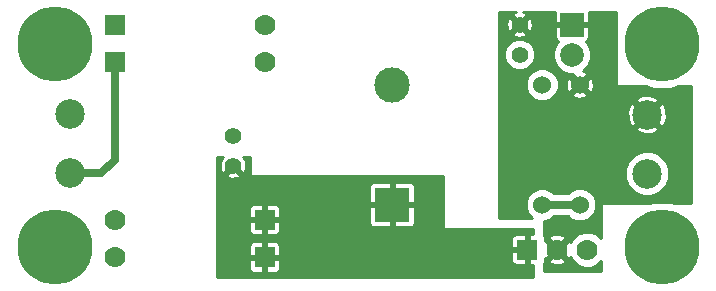
<source format=gtl>
G04 (created by PCBNEW-RS274X (2012-01-19 BZR 3256)-stable) date 7/9/2012 4:42:01 PM*
G01*
G70*
G90*
%MOIN*%
G04 Gerber Fmt 3.4, Leading zero omitted, Abs format*
%FSLAX34Y34*%
G04 APERTURE LIST*
%ADD10C,0.006000*%
%ADD11C,0.098400*%
%ADD12C,0.060000*%
%ADD13C,0.070000*%
%ADD14R,0.070000X0.070000*%
%ADD15C,0.055000*%
%ADD16R,0.118100X0.118100*%
%ADD17C,0.118100*%
%ADD18C,0.250000*%
%ADD19R,0.078700X0.078700*%
%ADD20C,0.078700*%
%ADD21C,0.025000*%
%ADD22C,0.010000*%
G04 APERTURE END LIST*
G54D10*
G54D11*
X41000Y-26200D03*
X41000Y-24231D03*
X60250Y-24250D03*
X60250Y-26219D03*
G54D12*
X58000Y-27250D03*
X58000Y-23250D03*
X56750Y-27250D03*
X56750Y-23250D03*
G54D13*
X47500Y-22500D03*
G54D14*
X42500Y-22500D03*
G54D13*
X47500Y-21250D03*
G54D14*
X42500Y-21250D03*
G54D13*
X42500Y-27750D03*
G54D14*
X47500Y-27750D03*
G54D13*
X42500Y-29000D03*
G54D14*
X47500Y-29000D03*
G54D15*
X56000Y-21250D03*
X56000Y-22250D03*
G54D16*
X51750Y-27250D03*
G54D17*
X51750Y-23250D03*
G54D18*
X40500Y-21900D03*
X60750Y-21900D03*
X40500Y-28650D03*
X60750Y-28650D03*
G54D13*
X58250Y-28750D03*
X57250Y-28750D03*
G54D14*
X56250Y-28750D03*
G54D19*
X57750Y-21250D03*
G54D20*
X57750Y-22250D03*
G54D15*
X46450Y-25950D03*
X46450Y-24950D03*
G54D21*
X41000Y-26200D02*
X42050Y-26200D01*
X42500Y-25750D02*
X42500Y-22500D01*
X42050Y-26200D02*
X42500Y-25750D01*
X56750Y-27250D02*
X58000Y-27250D01*
G54D10*
G36*
X56450Y-29675D02*
X56200Y-29675D01*
X56200Y-29228D01*
X56200Y-28800D01*
X56200Y-28700D01*
X56200Y-28272D01*
X56158Y-28230D01*
X55934Y-28230D01*
X55866Y-28230D01*
X55804Y-28256D01*
X55756Y-28304D01*
X55730Y-28366D01*
X55730Y-28658D01*
X55772Y-28700D01*
X56200Y-28700D01*
X56200Y-28800D01*
X55772Y-28800D01*
X55730Y-28842D01*
X55730Y-29134D01*
X55756Y-29196D01*
X55804Y-29244D01*
X55866Y-29270D01*
X55934Y-29270D01*
X56158Y-29270D01*
X56200Y-29228D01*
X56200Y-29675D01*
X52510Y-29675D01*
X52510Y-27874D01*
X52510Y-27806D01*
X52510Y-27342D01*
X52510Y-27158D01*
X52510Y-26694D01*
X52510Y-26626D01*
X52484Y-26564D01*
X52436Y-26516D01*
X52374Y-26490D01*
X51842Y-26490D01*
X51800Y-26532D01*
X51800Y-27200D01*
X52468Y-27200D01*
X52510Y-27158D01*
X52510Y-27342D01*
X52468Y-27300D01*
X51800Y-27300D01*
X51800Y-27968D01*
X51842Y-28010D01*
X52374Y-28010D01*
X52436Y-27984D01*
X52484Y-27936D01*
X52510Y-27874D01*
X52510Y-29675D01*
X51700Y-29675D01*
X51700Y-27968D01*
X51700Y-27300D01*
X51700Y-27200D01*
X51700Y-26532D01*
X51658Y-26490D01*
X51126Y-26490D01*
X51064Y-26516D01*
X51016Y-26564D01*
X50990Y-26626D01*
X50990Y-26694D01*
X50990Y-27158D01*
X51032Y-27200D01*
X51700Y-27200D01*
X51700Y-27300D01*
X51032Y-27300D01*
X50990Y-27342D01*
X50990Y-27806D01*
X50990Y-27874D01*
X51016Y-27936D01*
X51064Y-27984D01*
X51126Y-28010D01*
X51658Y-28010D01*
X51700Y-27968D01*
X51700Y-29675D01*
X48020Y-29675D01*
X48020Y-29384D01*
X48020Y-29316D01*
X48020Y-29092D01*
X48020Y-28908D01*
X48020Y-28684D01*
X48020Y-28616D01*
X48020Y-28134D01*
X48020Y-28066D01*
X48020Y-27842D01*
X48020Y-27658D01*
X48020Y-27434D01*
X48020Y-27366D01*
X47994Y-27304D01*
X47946Y-27256D01*
X47884Y-27230D01*
X47592Y-27230D01*
X47550Y-27272D01*
X47550Y-27700D01*
X47978Y-27700D01*
X48020Y-27658D01*
X48020Y-27842D01*
X47978Y-27800D01*
X47550Y-27800D01*
X47550Y-28228D01*
X47592Y-28270D01*
X47884Y-28270D01*
X47946Y-28244D01*
X47994Y-28196D01*
X48020Y-28134D01*
X48020Y-28616D01*
X47994Y-28554D01*
X47946Y-28506D01*
X47884Y-28480D01*
X47592Y-28480D01*
X47550Y-28522D01*
X47550Y-28950D01*
X47978Y-28950D01*
X48020Y-28908D01*
X48020Y-29092D01*
X47978Y-29050D01*
X47550Y-29050D01*
X47550Y-29478D01*
X47592Y-29520D01*
X47884Y-29520D01*
X47946Y-29494D01*
X47994Y-29446D01*
X48020Y-29384D01*
X48020Y-29675D01*
X47450Y-29675D01*
X47450Y-29478D01*
X47450Y-29050D01*
X47450Y-28950D01*
X47450Y-28522D01*
X47450Y-28228D01*
X47450Y-27800D01*
X47450Y-27700D01*
X47450Y-27272D01*
X47408Y-27230D01*
X47116Y-27230D01*
X47054Y-27256D01*
X47006Y-27304D01*
X46980Y-27366D01*
X46980Y-27434D01*
X46980Y-27658D01*
X47022Y-27700D01*
X47450Y-27700D01*
X47450Y-27800D01*
X47022Y-27800D01*
X46980Y-27842D01*
X46980Y-28066D01*
X46980Y-28134D01*
X47006Y-28196D01*
X47054Y-28244D01*
X47116Y-28270D01*
X47408Y-28270D01*
X47450Y-28228D01*
X47450Y-28522D01*
X47408Y-28480D01*
X47116Y-28480D01*
X47054Y-28506D01*
X47006Y-28554D01*
X46980Y-28616D01*
X46980Y-28684D01*
X46980Y-28908D01*
X47022Y-28950D01*
X47450Y-28950D01*
X47450Y-29050D01*
X47022Y-29050D01*
X46980Y-29092D01*
X46980Y-29316D01*
X46980Y-29384D01*
X47006Y-29446D01*
X47054Y-29494D01*
X47116Y-29520D01*
X47408Y-29520D01*
X47450Y-29478D01*
X47450Y-29675D01*
X46892Y-29675D01*
X46697Y-29675D01*
X46697Y-26267D01*
X46450Y-26021D01*
X46379Y-26091D01*
X46203Y-26267D01*
X46231Y-26337D01*
X46396Y-26392D01*
X46569Y-26379D01*
X46669Y-26337D01*
X46697Y-26267D01*
X46697Y-29675D01*
X45900Y-29675D01*
X45900Y-25650D01*
X46111Y-25650D01*
X46060Y-25701D01*
X46082Y-25723D01*
X46063Y-25731D01*
X46008Y-25896D01*
X46021Y-26069D01*
X46063Y-26169D01*
X46133Y-26197D01*
X46344Y-25985D01*
X46379Y-25950D01*
X46450Y-25879D01*
X46521Y-25950D01*
X46556Y-25985D01*
X46767Y-26197D01*
X46837Y-26169D01*
X46892Y-26004D01*
X46879Y-25831D01*
X46837Y-25731D01*
X46817Y-25723D01*
X46840Y-25701D01*
X46789Y-25650D01*
X47000Y-25650D01*
X47000Y-26300D01*
X53450Y-26300D01*
X53450Y-28050D01*
X56450Y-28050D01*
X56450Y-28230D01*
X56342Y-28230D01*
X56300Y-28272D01*
X56300Y-28650D01*
X56300Y-28700D01*
X56300Y-28800D01*
X56300Y-28850D01*
X56300Y-29228D01*
X56342Y-29270D01*
X56450Y-29270D01*
X56450Y-29675D01*
X56450Y-29675D01*
G37*
G54D22*
X56450Y-29675D02*
X56200Y-29675D01*
X56200Y-29228D01*
X56200Y-28800D01*
X56200Y-28700D01*
X56200Y-28272D01*
X56158Y-28230D01*
X55934Y-28230D01*
X55866Y-28230D01*
X55804Y-28256D01*
X55756Y-28304D01*
X55730Y-28366D01*
X55730Y-28658D01*
X55772Y-28700D01*
X56200Y-28700D01*
X56200Y-28800D01*
X55772Y-28800D01*
X55730Y-28842D01*
X55730Y-29134D01*
X55756Y-29196D01*
X55804Y-29244D01*
X55866Y-29270D01*
X55934Y-29270D01*
X56158Y-29270D01*
X56200Y-29228D01*
X56200Y-29675D01*
X52510Y-29675D01*
X52510Y-27874D01*
X52510Y-27806D01*
X52510Y-27342D01*
X52510Y-27158D01*
X52510Y-26694D01*
X52510Y-26626D01*
X52484Y-26564D01*
X52436Y-26516D01*
X52374Y-26490D01*
X51842Y-26490D01*
X51800Y-26532D01*
X51800Y-27200D01*
X52468Y-27200D01*
X52510Y-27158D01*
X52510Y-27342D01*
X52468Y-27300D01*
X51800Y-27300D01*
X51800Y-27968D01*
X51842Y-28010D01*
X52374Y-28010D01*
X52436Y-27984D01*
X52484Y-27936D01*
X52510Y-27874D01*
X52510Y-29675D01*
X51700Y-29675D01*
X51700Y-27968D01*
X51700Y-27300D01*
X51700Y-27200D01*
X51700Y-26532D01*
X51658Y-26490D01*
X51126Y-26490D01*
X51064Y-26516D01*
X51016Y-26564D01*
X50990Y-26626D01*
X50990Y-26694D01*
X50990Y-27158D01*
X51032Y-27200D01*
X51700Y-27200D01*
X51700Y-27300D01*
X51032Y-27300D01*
X50990Y-27342D01*
X50990Y-27806D01*
X50990Y-27874D01*
X51016Y-27936D01*
X51064Y-27984D01*
X51126Y-28010D01*
X51658Y-28010D01*
X51700Y-27968D01*
X51700Y-29675D01*
X48020Y-29675D01*
X48020Y-29384D01*
X48020Y-29316D01*
X48020Y-29092D01*
X48020Y-28908D01*
X48020Y-28684D01*
X48020Y-28616D01*
X48020Y-28134D01*
X48020Y-28066D01*
X48020Y-27842D01*
X48020Y-27658D01*
X48020Y-27434D01*
X48020Y-27366D01*
X47994Y-27304D01*
X47946Y-27256D01*
X47884Y-27230D01*
X47592Y-27230D01*
X47550Y-27272D01*
X47550Y-27700D01*
X47978Y-27700D01*
X48020Y-27658D01*
X48020Y-27842D01*
X47978Y-27800D01*
X47550Y-27800D01*
X47550Y-28228D01*
X47592Y-28270D01*
X47884Y-28270D01*
X47946Y-28244D01*
X47994Y-28196D01*
X48020Y-28134D01*
X48020Y-28616D01*
X47994Y-28554D01*
X47946Y-28506D01*
X47884Y-28480D01*
X47592Y-28480D01*
X47550Y-28522D01*
X47550Y-28950D01*
X47978Y-28950D01*
X48020Y-28908D01*
X48020Y-29092D01*
X47978Y-29050D01*
X47550Y-29050D01*
X47550Y-29478D01*
X47592Y-29520D01*
X47884Y-29520D01*
X47946Y-29494D01*
X47994Y-29446D01*
X48020Y-29384D01*
X48020Y-29675D01*
X47450Y-29675D01*
X47450Y-29478D01*
X47450Y-29050D01*
X47450Y-28950D01*
X47450Y-28522D01*
X47450Y-28228D01*
X47450Y-27800D01*
X47450Y-27700D01*
X47450Y-27272D01*
X47408Y-27230D01*
X47116Y-27230D01*
X47054Y-27256D01*
X47006Y-27304D01*
X46980Y-27366D01*
X46980Y-27434D01*
X46980Y-27658D01*
X47022Y-27700D01*
X47450Y-27700D01*
X47450Y-27800D01*
X47022Y-27800D01*
X46980Y-27842D01*
X46980Y-28066D01*
X46980Y-28134D01*
X47006Y-28196D01*
X47054Y-28244D01*
X47116Y-28270D01*
X47408Y-28270D01*
X47450Y-28228D01*
X47450Y-28522D01*
X47408Y-28480D01*
X47116Y-28480D01*
X47054Y-28506D01*
X47006Y-28554D01*
X46980Y-28616D01*
X46980Y-28684D01*
X46980Y-28908D01*
X47022Y-28950D01*
X47450Y-28950D01*
X47450Y-29050D01*
X47022Y-29050D01*
X46980Y-29092D01*
X46980Y-29316D01*
X46980Y-29384D01*
X47006Y-29446D01*
X47054Y-29494D01*
X47116Y-29520D01*
X47408Y-29520D01*
X47450Y-29478D01*
X47450Y-29675D01*
X46892Y-29675D01*
X46697Y-29675D01*
X46697Y-26267D01*
X46450Y-26021D01*
X46379Y-26091D01*
X46203Y-26267D01*
X46231Y-26337D01*
X46396Y-26392D01*
X46569Y-26379D01*
X46669Y-26337D01*
X46697Y-26267D01*
X46697Y-29675D01*
X45900Y-29675D01*
X45900Y-25650D01*
X46111Y-25650D01*
X46060Y-25701D01*
X46082Y-25723D01*
X46063Y-25731D01*
X46008Y-25896D01*
X46021Y-26069D01*
X46063Y-26169D01*
X46133Y-26197D01*
X46344Y-25985D01*
X46379Y-25950D01*
X46450Y-25879D01*
X46521Y-25950D01*
X46556Y-25985D01*
X46767Y-26197D01*
X46837Y-26169D01*
X46892Y-26004D01*
X46879Y-25831D01*
X46837Y-25731D01*
X46817Y-25723D01*
X46840Y-25701D01*
X46789Y-25650D01*
X47000Y-25650D01*
X47000Y-26300D01*
X53450Y-26300D01*
X53450Y-28050D01*
X56450Y-28050D01*
X56450Y-28230D01*
X56342Y-28230D01*
X56300Y-28272D01*
X56300Y-28650D01*
X56300Y-28700D01*
X56300Y-28800D01*
X56300Y-28850D01*
X56300Y-29228D01*
X56342Y-29270D01*
X56450Y-29270D01*
X56450Y-29675D01*
G54D10*
G36*
X61700Y-27200D02*
X61168Y-27200D01*
X61050Y-27151D01*
X60992Y-27150D01*
X60992Y-26367D01*
X60992Y-26072D01*
X60903Y-25856D01*
X60903Y-24355D01*
X60894Y-24097D01*
X60814Y-23903D01*
X60722Y-23849D01*
X60651Y-23920D01*
X60651Y-23778D01*
X60597Y-23686D01*
X60355Y-23597D01*
X60097Y-23606D01*
X59903Y-23686D01*
X59849Y-23778D01*
X60250Y-24179D01*
X60651Y-23778D01*
X60651Y-23920D01*
X60321Y-24250D01*
X60722Y-24651D01*
X60814Y-24597D01*
X60903Y-24355D01*
X60903Y-25856D01*
X60879Y-25799D01*
X60671Y-25590D01*
X60651Y-25581D01*
X60651Y-24722D01*
X60250Y-24321D01*
X60179Y-24392D01*
X60179Y-24250D01*
X59778Y-23849D01*
X59686Y-23903D01*
X59597Y-24145D01*
X59606Y-24403D01*
X59686Y-24597D01*
X59778Y-24651D01*
X60179Y-24250D01*
X60179Y-24392D01*
X59849Y-24722D01*
X59903Y-24814D01*
X60145Y-24903D01*
X60403Y-24894D01*
X60597Y-24814D01*
X60651Y-24722D01*
X60651Y-25581D01*
X60398Y-25477D01*
X60103Y-25477D01*
X59830Y-25590D01*
X59621Y-25798D01*
X59508Y-26071D01*
X59508Y-26366D01*
X59621Y-26639D01*
X59829Y-26848D01*
X60102Y-26961D01*
X60397Y-26961D01*
X60670Y-26848D01*
X60879Y-26640D01*
X60992Y-26367D01*
X60992Y-27150D01*
X60453Y-27150D01*
X60332Y-27200D01*
X58700Y-27200D01*
X58700Y-28353D01*
X58589Y-28242D01*
X58369Y-28151D01*
X58131Y-28151D01*
X57911Y-28242D01*
X57742Y-28411D01*
X57704Y-28501D01*
X57698Y-28486D01*
X57621Y-28449D01*
X57551Y-28519D01*
X57551Y-28379D01*
X57514Y-28302D01*
X57322Y-28235D01*
X57120Y-28247D01*
X56986Y-28302D01*
X56949Y-28379D01*
X57250Y-28679D01*
X57551Y-28379D01*
X57551Y-28519D01*
X57321Y-28750D01*
X57621Y-29051D01*
X57698Y-29014D01*
X57703Y-28996D01*
X57742Y-29089D01*
X57911Y-29258D01*
X58131Y-29349D01*
X58369Y-29349D01*
X58589Y-29258D01*
X58700Y-29147D01*
X58700Y-29450D01*
X57551Y-29450D01*
X57551Y-29121D01*
X57250Y-28821D01*
X56949Y-29121D01*
X56986Y-29198D01*
X57178Y-29265D01*
X57380Y-29253D01*
X57514Y-29198D01*
X57551Y-29121D01*
X57551Y-29450D01*
X56800Y-29450D01*
X56800Y-29252D01*
X56811Y-29241D01*
X56849Y-29150D01*
X56849Y-29051D01*
X56849Y-29036D01*
X56879Y-29051D01*
X57179Y-28750D01*
X56879Y-28449D01*
X56849Y-28463D01*
X56849Y-28351D01*
X56811Y-28259D01*
X56800Y-28248D01*
X56800Y-27799D01*
X56859Y-27799D01*
X57061Y-27715D01*
X57151Y-27625D01*
X57599Y-27625D01*
X57689Y-27715D01*
X57891Y-27799D01*
X58109Y-27799D01*
X58311Y-27715D01*
X58465Y-27561D01*
X58549Y-27359D01*
X58549Y-27141D01*
X58465Y-26939D01*
X58465Y-23311D01*
X58453Y-23128D01*
X58407Y-23016D01*
X58393Y-23009D01*
X58393Y-22379D01*
X58393Y-22123D01*
X58295Y-21887D01*
X58208Y-21799D01*
X58239Y-21787D01*
X58287Y-21739D01*
X58313Y-21677D01*
X58313Y-21609D01*
X58313Y-21342D01*
X58271Y-21300D01*
X57850Y-21300D01*
X57800Y-21300D01*
X57700Y-21300D01*
X57650Y-21300D01*
X57229Y-21300D01*
X57187Y-21342D01*
X57187Y-21609D01*
X57187Y-21677D01*
X57213Y-21739D01*
X57261Y-21787D01*
X57291Y-21799D01*
X57206Y-21885D01*
X57107Y-22121D01*
X57107Y-22377D01*
X57205Y-22613D01*
X57385Y-22794D01*
X57621Y-22893D01*
X57744Y-22893D01*
X57735Y-22914D01*
X58000Y-23179D01*
X58265Y-22914D01*
X58234Y-22843D01*
X58103Y-22799D01*
X58113Y-22795D01*
X58294Y-22615D01*
X58393Y-22379D01*
X58393Y-23009D01*
X58336Y-22985D01*
X58071Y-23250D01*
X58336Y-23515D01*
X58407Y-23484D01*
X58465Y-23311D01*
X58465Y-26939D01*
X58311Y-26785D01*
X58265Y-26765D01*
X58265Y-23586D01*
X58000Y-23321D01*
X57929Y-23392D01*
X57929Y-23250D01*
X57664Y-22985D01*
X57593Y-23016D01*
X57535Y-23189D01*
X57547Y-23372D01*
X57593Y-23484D01*
X57664Y-23515D01*
X57929Y-23250D01*
X57929Y-23392D01*
X57735Y-23586D01*
X57766Y-23657D01*
X57939Y-23715D01*
X58122Y-23703D01*
X58234Y-23657D01*
X58265Y-23586D01*
X58265Y-26765D01*
X58109Y-26701D01*
X57891Y-26701D01*
X57689Y-26785D01*
X57599Y-26875D01*
X57299Y-26875D01*
X57299Y-23359D01*
X57299Y-23141D01*
X57215Y-22939D01*
X57061Y-22785D01*
X56859Y-22701D01*
X56641Y-22701D01*
X56525Y-22749D01*
X56525Y-22355D01*
X56525Y-22146D01*
X56445Y-21953D01*
X56442Y-21949D01*
X56442Y-21304D01*
X56429Y-21131D01*
X56387Y-21031D01*
X56317Y-21003D01*
X56071Y-21250D01*
X56317Y-21497D01*
X56387Y-21469D01*
X56442Y-21304D01*
X56442Y-21949D01*
X56298Y-21805D01*
X56247Y-21783D01*
X56247Y-21567D01*
X56000Y-21321D01*
X55929Y-21391D01*
X55929Y-21250D01*
X55683Y-21003D01*
X55613Y-21031D01*
X55558Y-21196D01*
X55571Y-21369D01*
X55613Y-21469D01*
X55683Y-21497D01*
X55929Y-21250D01*
X55929Y-21391D01*
X55753Y-21567D01*
X55781Y-21637D01*
X55946Y-21692D01*
X56119Y-21679D01*
X56219Y-21637D01*
X56247Y-21567D01*
X56247Y-21783D01*
X56105Y-21725D01*
X55896Y-21725D01*
X55703Y-21805D01*
X55555Y-21952D01*
X55475Y-22145D01*
X55475Y-22354D01*
X55555Y-22547D01*
X55702Y-22695D01*
X55895Y-22775D01*
X56104Y-22775D01*
X56297Y-22695D01*
X56445Y-22548D01*
X56525Y-22355D01*
X56525Y-22749D01*
X56439Y-22785D01*
X56285Y-22939D01*
X56201Y-23141D01*
X56201Y-23359D01*
X56285Y-23561D01*
X56439Y-23715D01*
X56641Y-23799D01*
X56859Y-23799D01*
X57061Y-23715D01*
X57215Y-23561D01*
X57299Y-23359D01*
X57299Y-26875D01*
X57151Y-26875D01*
X57061Y-26785D01*
X56859Y-26701D01*
X56641Y-26701D01*
X56439Y-26785D01*
X56285Y-26939D01*
X56201Y-27141D01*
X56201Y-27359D01*
X56285Y-27561D01*
X56424Y-27700D01*
X55300Y-27700D01*
X55300Y-20825D01*
X55871Y-20825D01*
X55781Y-20863D01*
X55753Y-20933D01*
X56000Y-21179D01*
X56247Y-20933D01*
X56219Y-20863D01*
X56105Y-20825D01*
X57187Y-20825D01*
X57187Y-20891D01*
X57187Y-21158D01*
X57229Y-21200D01*
X57650Y-21200D01*
X57700Y-21200D01*
X57800Y-21200D01*
X57850Y-21200D01*
X58271Y-21200D01*
X58313Y-21158D01*
X58313Y-20891D01*
X58313Y-20825D01*
X59200Y-20825D01*
X59200Y-23300D01*
X60210Y-23300D01*
X60450Y-23399D01*
X61047Y-23400D01*
X61288Y-23300D01*
X61700Y-23300D01*
X61700Y-27200D01*
X61700Y-27200D01*
G37*
G54D22*
X61700Y-27200D02*
X61168Y-27200D01*
X61050Y-27151D01*
X60992Y-27150D01*
X60992Y-26367D01*
X60992Y-26072D01*
X60903Y-25856D01*
X60903Y-24355D01*
X60894Y-24097D01*
X60814Y-23903D01*
X60722Y-23849D01*
X60651Y-23920D01*
X60651Y-23778D01*
X60597Y-23686D01*
X60355Y-23597D01*
X60097Y-23606D01*
X59903Y-23686D01*
X59849Y-23778D01*
X60250Y-24179D01*
X60651Y-23778D01*
X60651Y-23920D01*
X60321Y-24250D01*
X60722Y-24651D01*
X60814Y-24597D01*
X60903Y-24355D01*
X60903Y-25856D01*
X60879Y-25799D01*
X60671Y-25590D01*
X60651Y-25581D01*
X60651Y-24722D01*
X60250Y-24321D01*
X60179Y-24392D01*
X60179Y-24250D01*
X59778Y-23849D01*
X59686Y-23903D01*
X59597Y-24145D01*
X59606Y-24403D01*
X59686Y-24597D01*
X59778Y-24651D01*
X60179Y-24250D01*
X60179Y-24392D01*
X59849Y-24722D01*
X59903Y-24814D01*
X60145Y-24903D01*
X60403Y-24894D01*
X60597Y-24814D01*
X60651Y-24722D01*
X60651Y-25581D01*
X60398Y-25477D01*
X60103Y-25477D01*
X59830Y-25590D01*
X59621Y-25798D01*
X59508Y-26071D01*
X59508Y-26366D01*
X59621Y-26639D01*
X59829Y-26848D01*
X60102Y-26961D01*
X60397Y-26961D01*
X60670Y-26848D01*
X60879Y-26640D01*
X60992Y-26367D01*
X60992Y-27150D01*
X60453Y-27150D01*
X60332Y-27200D01*
X58700Y-27200D01*
X58700Y-28353D01*
X58589Y-28242D01*
X58369Y-28151D01*
X58131Y-28151D01*
X57911Y-28242D01*
X57742Y-28411D01*
X57704Y-28501D01*
X57698Y-28486D01*
X57621Y-28449D01*
X57551Y-28519D01*
X57551Y-28379D01*
X57514Y-28302D01*
X57322Y-28235D01*
X57120Y-28247D01*
X56986Y-28302D01*
X56949Y-28379D01*
X57250Y-28679D01*
X57551Y-28379D01*
X57551Y-28519D01*
X57321Y-28750D01*
X57621Y-29051D01*
X57698Y-29014D01*
X57703Y-28996D01*
X57742Y-29089D01*
X57911Y-29258D01*
X58131Y-29349D01*
X58369Y-29349D01*
X58589Y-29258D01*
X58700Y-29147D01*
X58700Y-29450D01*
X57551Y-29450D01*
X57551Y-29121D01*
X57250Y-28821D01*
X56949Y-29121D01*
X56986Y-29198D01*
X57178Y-29265D01*
X57380Y-29253D01*
X57514Y-29198D01*
X57551Y-29121D01*
X57551Y-29450D01*
X56800Y-29450D01*
X56800Y-29252D01*
X56811Y-29241D01*
X56849Y-29150D01*
X56849Y-29051D01*
X56849Y-29036D01*
X56879Y-29051D01*
X57179Y-28750D01*
X56879Y-28449D01*
X56849Y-28463D01*
X56849Y-28351D01*
X56811Y-28259D01*
X56800Y-28248D01*
X56800Y-27799D01*
X56859Y-27799D01*
X57061Y-27715D01*
X57151Y-27625D01*
X57599Y-27625D01*
X57689Y-27715D01*
X57891Y-27799D01*
X58109Y-27799D01*
X58311Y-27715D01*
X58465Y-27561D01*
X58549Y-27359D01*
X58549Y-27141D01*
X58465Y-26939D01*
X58465Y-23311D01*
X58453Y-23128D01*
X58407Y-23016D01*
X58393Y-23009D01*
X58393Y-22379D01*
X58393Y-22123D01*
X58295Y-21887D01*
X58208Y-21799D01*
X58239Y-21787D01*
X58287Y-21739D01*
X58313Y-21677D01*
X58313Y-21609D01*
X58313Y-21342D01*
X58271Y-21300D01*
X57850Y-21300D01*
X57800Y-21300D01*
X57700Y-21300D01*
X57650Y-21300D01*
X57229Y-21300D01*
X57187Y-21342D01*
X57187Y-21609D01*
X57187Y-21677D01*
X57213Y-21739D01*
X57261Y-21787D01*
X57291Y-21799D01*
X57206Y-21885D01*
X57107Y-22121D01*
X57107Y-22377D01*
X57205Y-22613D01*
X57385Y-22794D01*
X57621Y-22893D01*
X57744Y-22893D01*
X57735Y-22914D01*
X58000Y-23179D01*
X58265Y-22914D01*
X58234Y-22843D01*
X58103Y-22799D01*
X58113Y-22795D01*
X58294Y-22615D01*
X58393Y-22379D01*
X58393Y-23009D01*
X58336Y-22985D01*
X58071Y-23250D01*
X58336Y-23515D01*
X58407Y-23484D01*
X58465Y-23311D01*
X58465Y-26939D01*
X58311Y-26785D01*
X58265Y-26765D01*
X58265Y-23586D01*
X58000Y-23321D01*
X57929Y-23392D01*
X57929Y-23250D01*
X57664Y-22985D01*
X57593Y-23016D01*
X57535Y-23189D01*
X57547Y-23372D01*
X57593Y-23484D01*
X57664Y-23515D01*
X57929Y-23250D01*
X57929Y-23392D01*
X57735Y-23586D01*
X57766Y-23657D01*
X57939Y-23715D01*
X58122Y-23703D01*
X58234Y-23657D01*
X58265Y-23586D01*
X58265Y-26765D01*
X58109Y-26701D01*
X57891Y-26701D01*
X57689Y-26785D01*
X57599Y-26875D01*
X57299Y-26875D01*
X57299Y-23359D01*
X57299Y-23141D01*
X57215Y-22939D01*
X57061Y-22785D01*
X56859Y-22701D01*
X56641Y-22701D01*
X56525Y-22749D01*
X56525Y-22355D01*
X56525Y-22146D01*
X56445Y-21953D01*
X56442Y-21949D01*
X56442Y-21304D01*
X56429Y-21131D01*
X56387Y-21031D01*
X56317Y-21003D01*
X56071Y-21250D01*
X56317Y-21497D01*
X56387Y-21469D01*
X56442Y-21304D01*
X56442Y-21949D01*
X56298Y-21805D01*
X56247Y-21783D01*
X56247Y-21567D01*
X56000Y-21321D01*
X55929Y-21391D01*
X55929Y-21250D01*
X55683Y-21003D01*
X55613Y-21031D01*
X55558Y-21196D01*
X55571Y-21369D01*
X55613Y-21469D01*
X55683Y-21497D01*
X55929Y-21250D01*
X55929Y-21391D01*
X55753Y-21567D01*
X55781Y-21637D01*
X55946Y-21692D01*
X56119Y-21679D01*
X56219Y-21637D01*
X56247Y-21567D01*
X56247Y-21783D01*
X56105Y-21725D01*
X55896Y-21725D01*
X55703Y-21805D01*
X55555Y-21952D01*
X55475Y-22145D01*
X55475Y-22354D01*
X55555Y-22547D01*
X55702Y-22695D01*
X55895Y-22775D01*
X56104Y-22775D01*
X56297Y-22695D01*
X56445Y-22548D01*
X56525Y-22355D01*
X56525Y-22749D01*
X56439Y-22785D01*
X56285Y-22939D01*
X56201Y-23141D01*
X56201Y-23359D01*
X56285Y-23561D01*
X56439Y-23715D01*
X56641Y-23799D01*
X56859Y-23799D01*
X57061Y-23715D01*
X57215Y-23561D01*
X57299Y-23359D01*
X57299Y-26875D01*
X57151Y-26875D01*
X57061Y-26785D01*
X56859Y-26701D01*
X56641Y-26701D01*
X56439Y-26785D01*
X56285Y-26939D01*
X56201Y-27141D01*
X56201Y-27359D01*
X56285Y-27561D01*
X56424Y-27700D01*
X55300Y-27700D01*
X55300Y-20825D01*
X55871Y-20825D01*
X55781Y-20863D01*
X55753Y-20933D01*
X56000Y-21179D01*
X56247Y-20933D01*
X56219Y-20863D01*
X56105Y-20825D01*
X57187Y-20825D01*
X57187Y-20891D01*
X57187Y-21158D01*
X57229Y-21200D01*
X57650Y-21200D01*
X57700Y-21200D01*
X57800Y-21200D01*
X57850Y-21200D01*
X58271Y-21200D01*
X58313Y-21158D01*
X58313Y-20891D01*
X58313Y-20825D01*
X59200Y-20825D01*
X59200Y-23300D01*
X60210Y-23300D01*
X60450Y-23399D01*
X61047Y-23400D01*
X61288Y-23300D01*
X61700Y-23300D01*
X61700Y-27200D01*
M02*

</source>
